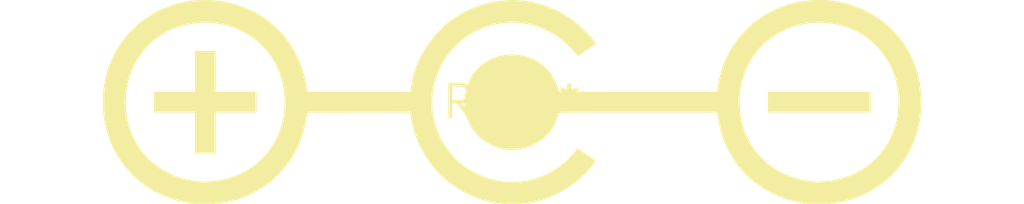
<source format=kicad_pcb>
(kicad_pcb (version 20240108) (generator pcbnew)
  (layers (0 "F.Cu" signal) (31 "B.Cu" signal) (34 "B.Paste" user) (35 "F.Paste" user) (36 "B.SilkS" user "B.Silkscreen") (37 "F.SilkS" user "F.Silkscreen") (38 "B.Mask" user) (39 "F.Mask" user) (44 "Edge.Cuts" user))
  (net 0 "")
  (footprint "Polarity_Center_Negative_8mm_SilkScreen" (layer "F.Cu") (at 0 0)
    (property "Reference" "REF**")
    (property "Value" "Polarity_Center_Negative_8mm_SilkScreen")
    (fp_poly (pts (xy 14.036842 0.401052) (xy 10.026316 0.401052) (xy 10.026316 -0.401053) (xy 14.036842 -0.401053) (xy 14.036842 0.401052)) (layer "F.SilkS") (stroke (width 0.01)) (fill solid))
    (fp_poly (pts (xy -11.613816 -0.401053) (xy -10.009605 -0.401053) (xy -10.009605 0.401052) (xy -11.613816 0.401052) (xy -11.613816 2.005263) (xy -12.415921 2.005263) (xy -12.415921 0.401052) (xy -14.020131 0.401052) (xy -14.020131 -0.401053) (xy -12.415921 -0.401053) (xy -12.415921 -2.005263) (xy -11.613816 -2.005263) (xy -11.613816 -0.401053)) (layer "F.SilkS") (stroke (width 0.01)) (fill solid))
    (fp_poly (pts (xy 12.192902 -4.006309) (xy 12.337979 -4.000716) (xy 12.408755 -3.995429) (xy 12.765153 -3.946866) (xy 13.114927 -3.868046) (xy 13.455088 -3.760185) (xy 13.782649 -3.6245) (xy 14.094623 -3.462206) (xy 14.388022 -3.274517) (xy 14.621711 -3.094976) (xy 14.886338 -2.852387) (xy 15.126136 -2.587977) (xy 15.340067 -2.303393) (xy 15.527096 -2.000282) (xy 15.686188 -1.680292) (xy 15.816307 -1.345069) (xy 15.900371 -1.0611) (xy 15.971818 -0.722532) (xy 16.015945 -0.374598) (xy 16.03263 -0.023222) (xy 16.02175 0.325667) (xy 15.983184 0.666144) (xy 15.940574 0.892136) (xy 15.845161 1.249292) (xy 15.721016 1.59098) (xy 15.568975 1.915956) (xy 15.389876 2.222976) (xy 15.184555 2.510794) (xy 14.953851 2.778166) (xy 14.698599 3.023846) (xy 14.419637 3.246591) (xy 14.301953 3.328752) (xy 13.9939 3.515956) (xy 13.67231 3.672927) (xy 13.336484 3.799931) (xy 12.985722 3.897236) (xy 12.645076 3.961371) (xy 12.559438 3.971881) (xy 12.453668 3.981529) (xy 12.334861 3.989995) (xy 12.210112 3.99696) (xy 12.086516 4.002104) (xy 11.971168 4.005108) (xy 11.871161 4.005652) (xy 11.793592 4.003418) (xy 11.764211 4.001022) (xy 11.722732 3.996454) (xy 11.658261 3.989525) (xy 11.581046 3.981332) (xy 11.530263 3.975993) (xy 11.200055 3.92543) (xy 10.86939 3.843842) (xy 10.543034 3.733217) (xy 10.225756 3.59554) (xy 9.922325 3.432798) (xy 9.637506 3.246976) (xy 9.466513 3.116302) (xy 9.357468 3.022496) (xy 9.238037 2.911172) (xy 9.117256 2.791331) (xy 9.004159 2.671975) (xy 8.907781 2.562105) (xy 8.896433 2.548355) (xy 8.701346 2.284697) (xy 8.527372 1.997747) (xy 8.376184 1.691398) (xy 8.249455 1.369542) (xy 8.148857 1.036073) (xy 8.076061 0.694882) (xy 8.061949 0.605756) (xy 8.031863 0.401052) (xy 4.934486 0.401052) (xy 4.543082 0.401093) (xy 4.18389 0.40122) (xy 3.855701 0.401441) (xy 3.557307 0.401764) (xy 3.287499 0.402198) (xy 3.045068 0.402752) (xy 2.828805 0.403432) (xy 2.637502 0.404247) (xy 2.469949 0.405205) (xy 2.324938 0.406315) (xy 2.20126 0.407584) (xy 2.097707 0.40902) (xy 2.013069 0.410633) (xy 1.946138 0.412429) (xy 1.895704 0.414418) (xy 1.86056 0.416606) (xy 1.839496 0.419003) (xy 1.831304 0.421617) (xy 1.83113 0.421941) (xy 1.763743 0.633138) (xy 1.689231 0.81714) (xy 1.604296 0.979953) (xy 1.50564 1.127583) (xy 1.389965 1.266035) (xy 1.337648 1.32074) (xy 1.157875 1.479474) (xy 0.961939 1.610969) (xy 0.752892 1.71522) (xy 0.533782 1.792223) (xy 0.307659 1.841974) (xy 0.077573 1.864467) (xy -0.153427 1.8597) (xy -0.382291 1.827667) (xy -0.60597 1.768364) (xy -0.821413 1.681786) (xy -1.025572 1.56793) (xy -1.215396 1.426791) (xy -1.325554 1.324568) (xy -1.487705 1.140584) (xy -1.619024 0.946599) (xy -1.721341 0.7397) (xy -1.763001 0.628108) (xy -1.827572 0.38682) (xy -1.861093 0.143736) (xy -1.862978 0.005772) (xy 8.906711 0.005772) (xy 8.920906 0.329034) (xy 8.964014 0.637764) (xy 9.036816 0.935476) (xy 9.140093 1.225683) (xy 9.215889 1.395329) (xy 9.366575 1.671197) (xy 9.542827 1.926678) (xy 9.742881 2.160621) (xy 9.964969 2.371872) (xy 10.207327 2.559278) (xy 10.468188 2.721687) (xy 10.745788 2.857945) (xy 11.03836 2.966901) (xy 11.34414 3.0474) (xy 11.66136 3.098292) (xy 11.847763 3.113672) (xy 11.908024 3.11708) (xy 11.960664 3.120261) (xy 11.981448 3.12163) (xy 12.0132 3.121545) (xy 12.07069 3.119234) (xy 12.146336 3.115079) (xy 12.232555 3.109459) (xy 12.25168 3.108101) (xy 12.579739 3.068668) (xy 12.89453 2.999363) (xy 13.194692 2.901369) (xy 13.47886 2.775868) (xy 13.745672 2.624043) (xy 13.993765 2.447078) (xy 14.221776 2.246155) (xy 14.428341 2.022457) (xy 14.612099 1.777166) (xy 14.771686 1.511467) (xy 14.905738 1.226541) (xy 15.012894 0.923572) (xy 15.082028 0.65171) (xy 15.103192 0.526293) (xy 15.119883 0.377016) (xy 15.131731 0.213187) (xy 15.138363 0.044114) (xy 15.139409 -0.120895) (xy 15.134497 -0.272532) (xy 15.123867 -0.396596) (xy 15.067843 -0.723709) (xy 14.982353 -1.035706) (xy 14.867926 -1.331719) (xy 14.72509 -1.61088) (xy 14.554376 -1.87232) (xy 14.356312 -2.115171) (xy 14.131426 -2.338566) (xy 13.88025 -2.541635) (xy 13.769474 -2.619029) (xy 13.513893 -2.770376) (xy 13.240478 -2.895532) (xy 12.952683 -2.994064) (xy 12.653964 -3.065543) (xy 12.347776 -3.109539) (xy 12.037574 -3.125621) (xy 11.726814 -3.113359) (xy 11.41895 -3.072324) (xy 11.117439 -3.002084) (xy 10.995527 -2.964434) (xy 10.698611 -2.848765) (xy 10.419741 -2.705756) (xy 10.160179 -2.536966) (xy 9.921185 -2.343957) (xy 9.704019 -2.128287) (xy 9.509942 -1.891516) (xy 9.340215 -1.635205) (xy 9.196098 -1.360914) (xy 9.078852 -1.070201) (xy 8.989738 -0.764628) (xy 8.930017 -0.445753) (xy 8.92424 -0.401491) (xy 8.917943 -0.332804) (xy 8.91265 -0.241091) (xy 8.908807 -0.136741) (xy 8.906861 -0.030146) (xy 8.906711 0.005772) (xy -1.862978 0.005772) (xy -1.8644 -0.098266) (xy -1.838327 -0.336309) (xy -1.783708 -0.567513) (xy -1.701377 -0.789002) (xy -1.592169 -0.997896) (xy -1.456919 -1.191318) (xy -1.296461 -1.366389) (xy -1.14793 -1.493268) (xy -0.947165 -1.625903) (xy -0.732008 -1.730142) (xy -0.505829 -1.805903) (xy -0.271998 -1.8531) (xy -0.033885 -1.87165) (xy 0.205139 -1.861468) (xy 0.441705 -1.82247) (xy 0.672442 -1.754572) (xy 0.89398 -1.657689) (xy 1.077829 -1.54894) (xy 1.133012 -1.507974) (xy 1.201285 -1.451687) (xy 1.272431 -1.388711) (xy 1.315837 -1.347832) (xy 1.460342 -1.191574) (xy 1.581841 -1.024015) (xy 1.683166 -0.840071) (xy 1.767147 -0.634663) (xy 1.831634 -0.421941) (xy 1.838314 -0.419302) (xy 1.857719 -0.416881) (xy 1.891057 -0.414668) (xy 1.939537 -0.412657) (xy 2.004366 -0.410839) (xy 2.086754 -0.409205) (xy 2.18791 -0.407748) (xy 2.309041 -0.40646) (xy 2.451356 -0.405332) (xy 2.616064 -0.404356) (xy 2.804373 -0.403524) (xy 3.017492 -0.402828) (xy 3.256629 -0.40226) (xy 3.522993 -0.401812) (xy 3.817792 -0.401475) (xy 4.142235 -0.401242) (xy 4.497531 -0.401104) (xy 4.884887 -0.401053) (xy 8.034482 -0.401053) (xy 8.045948 -0.505494) (xy 8.076576 -0.715048) (xy 8.122961 -0.940036) (xy 8.182003 -1.168297) (xy 8.250598 -1.387675) (xy 8.315223 -1.56084) (xy 8.467118 -1.890155) (xy 8.645528 -2.199993) (xy 8.849071 -2.48928) (xy 9.076364 -2.756945) (xy 9.326025 -3.001914) (xy 9.596672 -3.223115) (xy 9.886923 -3.419475) (xy 10.195396 -3.589921) (xy 10.520708 -3.73338) (xy 10.861477 -3.848781) (xy 11.216322 -3.935049) (xy 11.419426 -3.970052) (xy 11.547389 -3.985017) (xy 11.698661 -3.99638) (xy 11.8633 -4.003886) (xy 12.031361 -4.007281) (xy 12.192902 -4.006309)) (layer "F.SilkS") (stroke (width 0.01)) (fill solid))
    (fp_poly (pts (xy 0.377761 -3.988342) (xy 0.727499 -3.940352) (xy 1.072622 -3.860712) (xy 1.345198 -3.773501) (xy 1.685301 -3.632911) (xy 2.009927 -3.463113) (xy 2.317468 -3.265305) (xy 2.606317 -3.040688) (xy 2.874867 -2.790459) (xy 3.121509 -2.515818) (xy 3.247254 -2.354779) (xy 3.291712 -2.294886) (xy 2.945644 -2.053989) (xy 2.850337 -1.988166) (xy 2.763526 -1.9292) (xy 2.689122 -1.879667) (xy 2.631036 -1.842144) (xy 2.59318 -1.819208) (xy 2.580021 -1.813092) (xy 2.56075 -1.825574) (xy 2.529149 -1.858271) (xy 2.492673 -1.903318) (xy 2.302792 -2.129219) (xy 2.086774 -2.338178) (xy 1.848613 -2.527715) (xy 1.592306 -2.695347) (xy 1.321844 -2.838593) (xy 1.041225 -2.954972) (xy 0.754441 -3.042001) (xy 0.608263 -3.074063) (xy 0.28843 -3.118557) (xy -0.030568 -3.130712) (xy -0.346463 -3.111214) (xy -0.656983 -3.06075) (xy -0.959859 -2.980008) (xy -1.252821 -2.869674) (xy -1.533598 -2.730434) (xy -1.79992 -2.562977) (xy -2.049517 -2.367987) (xy -2.205969 -2.222575) (xy -2.426268 -1.980632) (xy -2.617223 -1.722753) (xy -2.778894 -1.448816) (xy -2.911345 -1.158699) (xy -3.014635 -0.852281) (xy -3.088828 -0.529439) (xy -3.102046 -0.451179) (xy -3.117124 -0.322431) (xy -3.12633 -0.171723) (xy -3.129659 -0.009787) (xy -3.127107 0.152644) (xy -3.118671 0.304838) (xy -3.104345 0.436062) (xy -3.102387 0.448903) (xy -3.035442 0.771444) (xy -2.939046 1.080841) (xy -2.814269 1.375401) (xy -2.66218 1.653428) (xy -2.483849 1.913229) (xy -2.280347 2.153108) (xy -2.052743 2.371372) (xy -1.802107 2.566325) (xy -1.737894 2.609954) (xy -1.459151 2.774875) (xy -1.168881 2.909419) (xy -0.869333 3.013278) (xy -0.562756 3.086143) (xy -0.251398 3.127708) (xy 0.062491 3.137664) (xy 0.376665 3.115703) (xy 0.688874 3.061518) (xy 0.976514 2.9816) (xy 1.279163 2.864397) (xy 1.5661 2.71829) (xy 1.835482 2.544558) (xy 2.085468 2.344477) (xy 2.314214 2.119326) (xy 2.451827 1.95865) (xy 2.575952 1.80342) (xy 2.654062 1.859274) (xy 2.692614 1.886539) (xy 2.752767 1.928711) (xy 2.828636 1.981681) (xy 2.914335 2.041339) (xy 3.003717 2.103397) (xy 3.086852 2.161534) (xy 3.159699 2.21343) (xy 3.2181 2.256045) (xy 3.257897 2.286334) (xy 3.274929 2.301257) (xy 3.275263 2.302004) (xy 3.26459 2.32467) (xy 3.235084 2.367408) (xy 3.190513 2.425673) (xy 3.134647 2.494918) (xy 3.071254 2.570596) (xy 3.004104 2.648163) (xy 2.936967 2.72307) (xy 2.87361 2.790773) (xy 2.849858 2.815133) (xy 2.578958 3.065909) (xy 2.291269 3.288124) (xy 1.988073 3.481244) (xy 1.670654 3.644731) (xy 1.340295 3.778049) (xy 0.998279 3.88066) (xy 0.64589 3.952029) (xy 0.28441 3.991618) (xy 0.016711 4.000143) (xy -0.323863 3.988334) (xy -0.646072 3.952189) (xy -0.955851 3.890315) (xy -1.259135 3.801322) (xy -1.561857 3.683819) (xy -1.792132 3.576129) (xy -2.109137 3.399165) (xy -2.407054 3.195292) (xy -2.684346 2.966034) (xy -2.939476 2.712916) (xy -3.170904 2.437466) (xy -3.377095 2.141207) (xy -3.556442 1.825797) (xy -3.706736 1.497655) (xy -3.824983 1.164681) (xy -3.912549 0.822707) (xy -3.947363 0.63405) (xy -3.984838 0.40092) (xy -8.029408 0.409408) (xy -8.042035 0.526381) (xy -8.085776 0.809582) (xy -8.15552 1.101752) (xy -8.248452 1.394938) (xy -8.361755 1.681184) (xy -8.492615 1.952534) (xy -8.630503 2.189079) (xy -8.760356 2.376848) (xy -8.90901 2.566687) (xy -9.069784 2.751127) (xy -9.235999 2.922698) (xy -9.400975 3.073929) (xy -9.47969 3.138624) (xy -9.779154 3.353957) (xy -10.09158 3.53849) (xy -10.416908 3.6922) (xy -10.755077 3.815067) (xy -11.106027 3.907069) (xy -11.469698 3.968185) (xy -11.84603 3.998393) (xy -11.92296 4.000727) (xy -12.025043 4.002543) (xy -12.120176 4.003407) (xy -12.201411 4.003318) (xy -12.261797 4.002277) (xy -12.290592 4.000741) (xy -12.517141 3.975297) (xy -12.718711 3.946069) (xy -12.903677 3.911394) (xy -13.080414 3.869606) (xy -13.257297 3.819043) (xy -13.343355 3.791613) (xy -13.676201 3.665133) (xy -13.992855 3.510203) (xy -14.291925 3.328337) (xy -14.572024 3.121048) (xy -14.831761 2.88985) (xy -15.069747 2.636256) (xy -15.284593 2.361782) (xy -15.474908 2.067939) (xy -15.639303 1.756242) (xy -15.776389 1.428205) (xy -15.884776 1.085341) (xy -15.906838 0.999079) (xy -15.94125 0.851295) (xy -15.967935 0.718663) (xy -15.987779 0.593101) (xy -16.001669 0.466528) (xy -16.010492 0.330863) (xy -16.015135 0.178023) (xy -16.016485 0) (xy -16.016422 -0.008355) (xy -15.139737 -0.008355) (xy -15.124204 0.323593) (xy -15.077901 0.645297) (xy -15.001274 0.955378) (xy -14.894769 1.252459) (xy -14.758829 1.53516) (xy -14.593901 1.802105) (xy -14.523484 1.899438) (xy -14.321289 2.140069) (xy -14.096538 2.357076) (xy -13.851449 2.549268) (xy -13.588237 2.715455) (xy -13.30912 2.854447) (xy -13.016315 2.965053) (xy -12.712039 3.046083) (xy -12.398509 3.096346) (xy -12.273881 3.107375) (xy -12.19574 3.112724) (xy -12.127454 3.117402) (xy -12.077475 3.120831) (xy -12.056644 3.122264) (xy -12.028278 3.121942) (xy -11.973748 3.119452) (xy -11.900215 3.115183) (xy -11.814839 3.109525) (xy -11.790211 3.107775) (xy -11.465335 3.06856) (xy -11.153334 2.999548) (xy -10.8556 2.902131) (xy -10.573523 2.777701) (xy -10.308493 2.627648) (xy -10.061902 2.453364) (xy -9.835141 2.256239) (xy -9.629599 2.037666) (xy -9.446669 1.799035) (xy -9.287739 1.541738) (xy -9.154202 1.267165) (xy -9.047449 0.976708) (xy -8.968869 0.671759) (xy -8.919853 0.353708) (xy -8.908997 0.225592) (xy -8.902791 -0.10536) (xy -8.92736 -0.42801) (xy -8.981786 -0.740703) (xy -9.065149 -1.041783) (xy -9.176532 -1.329596) (xy -9.315014 -1.602487) (xy -9.479679 -1.858799) (xy -9.669607 -2.096878) (xy -9.883879 -2.315069) (xy -10.121577 -2.511716) (xy -10.381781 -2.685164) (xy -10.586467 -2.796705) (xy -10.877325 -2.922958) (xy -11.179485 -3.019014) (xy -11.489887 -3.084852) (xy -11.805469 -3.120452) (xy -12.123169 -3.125792) (xy -12.439926 -3.100853) (xy -12.752678 -3.045613) (xy -13.058363 -2.960053) (xy -13.35392 -2.84415) (xy -13.414755 -2.815791) (xy -13.693318 -2.66421) (xy -13.950584 -2.487722) (xy -14.185532 -2.287985) (xy -14.397144 -2.066657) (xy -14.584402 -1.825395) (xy -14.746287 -1.565858) (xy -14.88178 -1.289704) (xy -14.989863 -0.998589) (xy -15.069516 -0.694173) (xy -15.119722 -0.378113) (xy -15.139461 -0.052068) (xy -15.139737 -0.008355) (xy -16.016422 -0.008355) (xy -16.015133 -0.177861) (xy -16.010505 -0.330529) (xy -16.001748 -0.466146) (xy -15.988007 -0.592852) (xy -15.968426 -0.718788) (xy -15.942152 -0.852094) (xy -15.913851 -0.977566) (xy -15.815338 -1.325612) (xy -15.687672 -1.658699) (xy -15.532226 -1.975467) (xy -15.350375 -2.274557) (xy -15.143495 -2.554611) (xy -14.912959 -2.814269) (xy -14.660143 -3.052172) (xy -14.386421 -3.266962) (xy -14.093168 -3.457279) (xy -13.781758 -3.621763) (xy -13.453566 -3.759057) (xy -13.109968 -3.867801) (xy -12.950658 -3.907067) (xy -12.813349 -3.936747) (xy -12.691821 -3.959719) (xy -12.578157 -3.976776) (xy -12.464436 -3.988712) (xy -12.342743 -3.996321) (xy -12.205157 -4.000397) (xy -12.043761 -4.001735) (xy -12.006513 -4.001742) (xy -11.827518 -4.000121) (xy -11.67351 -3.994998) (xy -11.536158 -3.985494) (xy -11.407133 -3.970731) (xy -11.278103 -3.949828) (xy -11.140737 -3.921907) (xy -11.046669 -3.900436) (xy -10.720384 -3.808022) (xy -10.39906 -3.686625) (xy -10.088579 -3.539022) (xy -9.794823 -3.367993) (xy -9.539193 -3.188343) (xy -9.417594 -3.088759) (xy -9.286724 -2.971412) (xy -9.155249 -2.844734) (xy -9.031836 -2.71716) (xy -8.925152 -2.597122) (xy -8.898694 -2.565066) (xy -8.697858 -2.292084) (xy -8.519362 -1.998908) (xy -8.365234 -1.690217) (xy -8.237502 -1.370688) (xy -8.138193 -1.044998) (xy -8.069336 -0.717826) (xy -8.054683 -0.61829) (xy -8.045117 -0.548263) (xy -8.036212 -0.487241) (xy -8.029516 -0.445725) (xy -8.028171 -0.438651) (xy -8.020416 -0.401053) (xy -3.977105 -0.401053) (xy -3.977105 -0.440665) (xy -3.97359 -0.483817) (xy -3.963962 -0.552118) (xy -3.9496 -0.638144) (xy -3.931878 -0.734472) (xy -3.912175 -0.833678) (xy -3.891868 -0.928341) (xy -3.872333 -1.011036) (xy -3.868579 -1.025721) (xy -3.765821 -1.355893) (xy -3.632031 -1.678058) (xy -3.469198 -1.989358) (xy -3.279312 -2.286935) (xy -3.064363 -2.56793) (xy -2.826341 -2.829485) (xy -2.567235 -3.068742) (xy -2.305124 -3.271541) (xy -2.002811 -3.465149) (xy -1.68637 -3.629685) (xy -1.358144 -3.764826) (xy -1.020477 -3.870251) (xy -0.67571 -3.945637) (xy -0.326186 -3.990663) (xy 0.025752 -4.005005) (xy 0.377761 -3.988342)) (layer "F.SilkS") (stroke (width 0.01)) (fill solid))
  )
)
</source>
